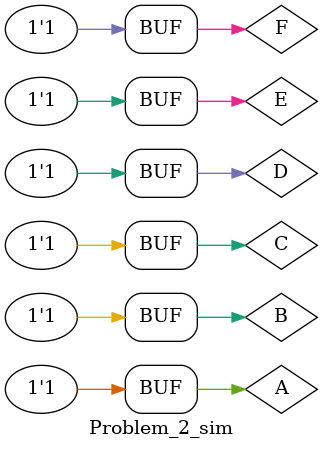
<source format=v>
`timescale 1ns / 1ps


module Problem_2_sim( );
    reg A;
    reg B;
    reg C;
    reg D;
    reg E;
    reg F;
    wire X;
    wire Y;
    Problem_2 UUT(.A(A), .B(B), .C(C), .D(D), .E(E), .F(F), .X(X), .Y(Y) );
        initial begin
 A = 0;
B = 0;
C = 0;
D = 0;
E = 0;
F = 0;
#10;

A = 0;
B = 0;
C = 0;
D = 0;
E = 0;
F = 1;
#10;

A = 0;
B = 0;
C = 0;
D = 0;
E = 1;
F = 0;
#10;

A = 0;
B = 0;
C = 0;
D = 0;
E = 1;
F = 1;
#10;

A = 0;
B = 0;
C = 0;
D = 1;
E = 0;
F = 0;
#10;

A = 0;
B = 0;
C = 0;
D = 1;
E = 0;
F = 1;
#10;

A = 0;
B = 0;
C = 0;
D = 1;
E = 1;
F = 0;
#10;

A = 0;
B = 0;
C = 0;
D = 1;
E = 1;
F = 1;
#10;

A = 0;
B = 0;
C = 1;
D = 0;
E = 0;
F = 0;
#10;

A = 0;
B = 0;
C = 1;
D = 0;
E = 0;
F = 1;
#10;

A = 0;
B = 0;
C = 1;
D = 0;
E = 1;
F = 0;
#10;

A = 0;
B = 0;
C = 1;
D = 0;
E = 1;
F = 1;
#10;

A = 0;
B = 0;
C = 1;
D = 1;
E = 0;
F = 0;
#10;

A = 0;
B = 0;
C = 1;
D = 1;
E = 0;
F = 1;
#10;

A = 0;
B = 0;
C = 1;
D = 1;
E = 1;
F = 0;
#10;

A = 0;
B = 0;
C = 1;
D = 1;
E = 1;
F = 1;
#10;

A = 0;
B = 1;
C = 0;
D = 0;
E = 0;
F = 0;
#10;

A = 0;
B = 1;
C = 0;
D = 0;
E = 0;
F = 1;
#10;

A = 0;
B = 1;
C = 0;
D = 0;
E = 1;
F = 0;
#10;

A = 0;
B = 1;
C = 0;
D = 0;
E = 1;
F = 1;
#10;

A = 0;
B = 1;
C = 0;
D = 1;
E = 0;
F = 0;
#10;

A = 0;
B = 1;
C = 0;
D = 1;
E = 0;
F = 1;
#10;

A = 0;
B = 1;
C = 0;
D = 1;
E = 1;
F = 0;
#10;

A = 0;
B = 1;
C = 0;
D = 1;
E = 1;
F = 1;
#10;

A = 0;
B = 1;
C = 1;
D = 0;
E = 0;
F = 0;
#10;

A = 0;
B = 1;
C = 1;
D = 0;
E = 0;
F = 1;
#10;

A = 0;
B = 1;
C = 1;
D = 0;
E = 1;
F = 0;
#10;

A = 0;
B = 1;
C = 1;
D = 0;
E = 1;
F = 1;
#10;

A = 0;
B = 1;
C = 1;
D = 1;
E = 0;
F = 0;
#10;

A = 0;
B = 1;
C = 1;
D = 1;
E = 0;
F = 1;
#10;

A = 0;
B = 1;
C = 1;
D = 1;
E = 1;
F = 0;
#10;

A = 0;
B = 1;
C = 1;
D = 1;
E = 1;
F = 1;
#10;

A = 1;
B = 0;
C = 0;
D = 0;
E = 0;
F = 0;
#10;

A = 1;
B = 0;
C = 0;
D = 0;
E = 0;
F = 1;
#10;

A = 1;
B = 0;
C = 0;
D = 0;
E = 1;
F = 0;
#10;

A = 1;
B = 0;
C = 0;
D = 0;
E = 1;
F = 1;
#10;

A = 1;
B = 0;
C = 0;
D = 1;
E = 0;
F = 0;
#10;

A = 1;
B = 0;
C = 0;
D = 1;
E = 0;
F = 1;
#10;

A = 1;
B = 0;
C = 0;
D = 1;
E = 1;
F = 0;
#10;

A = 1;
B = 0;
C = 0;
D = 1;
E = 1;
F = 1;
#10;

A = 1;
B = 0;
C = 1;
D = 0;
E = 0;
F = 0;
#10;

A = 1;
B = 0;
C = 1;
D = 0;
E = 0;
F = 1;
#10;

A = 1;
B = 0;
C = 1;
D = 0;
E = 1;
F = 0;
#10;

A = 1;
B = 0;
C = 1;
D = 0;
E = 1;
F = 1;
#10;

A = 1;
B = 0;
C = 1;
D = 1;
E = 0;
F = 0;
#10;

A = 1;
B = 0;
C = 1;
D = 1;
E = 0;
F = 1;
#10;

A = 1;
B = 0;
C = 1;
D = 1;
E = 1;
F = 0;
#10;

A = 1;
B = 0;
C = 1;
D = 1;
E = 1;
F = 1;
#10;

A = 1;
B = 1;
C = 0;
D = 0;
E = 0;
F = 0;
#10;

A = 1;
B = 1;
C = 0;
D = 0;
E = 0;
F = 1;
#10;

A = 1;
B = 1;
C = 0;
D = 0;
E = 1;
F = 0;
#10;

A = 1;
B = 1;
C = 0;
D = 0;
E = 1;
F = 1;
#10;

A = 1;
B = 1;
C = 0;
D = 1;
E = 0;
F = 0;
#10;

A = 1;
B = 1;
C = 0;
D = 1;
E = 0;
F = 1;
#10;

A = 1;
B = 1;
C = 0;
D = 1;
E = 1;
F = 0;
#10;

A = 1;
B = 1;
C = 0;
D = 1;
E = 1;
F = 1;
#10;

A = 1;
B = 1;
C = 1;
D = 0;
E = 0;
F = 0;
#10;

A = 1;
B = 1;
C = 1;
D = 0;
E = 0;
F = 1;
#10;

A = 1;
B = 1;
C = 1;
D = 0;
E = 1;
F = 0;
#10;

A = 1;
B = 1;
C = 1;
D = 0;
E = 1;
F = 1;
#10;

A = 1;
B = 1;
C = 1;
D = 1;
E = 0;
F = 0;
#10;

A = 1;
B = 1;
C = 1;
D = 1;
E = 0;
F = 1;
#10;

A = 1;
B = 1;
C = 1;
D = 1;
E = 1;
F = 0;
#10;

A = 1;
B = 1;
C = 1;
D = 1;
E = 1;
F = 1;
#10;

        end
endmodule

</source>
